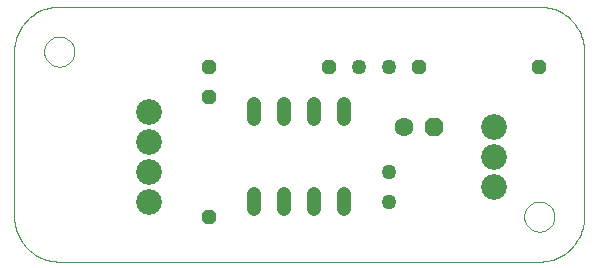
<source format=gtl>
G75*
G70*
%OFA0B0*%
%FSLAX24Y24*%
%IPPOS*%
%LPD*%
%AMOC8*
5,1,8,0,0,1.08239X$1,22.5*
%
%ADD10C,0.0000*%
%ADD11C,0.0860*%
%ADD12C,0.0480*%
%ADD13OC8,0.0480*%
%ADD14C,0.0500*%
%ADD15OC8,0.0630*%
%ADD16C,0.0630*%
D10*
X002181Y000681D02*
X018181Y000681D01*
X017681Y002181D02*
X017683Y002225D01*
X017689Y002269D01*
X017699Y002312D01*
X017712Y002354D01*
X017729Y002395D01*
X017750Y002434D01*
X017774Y002471D01*
X017801Y002506D01*
X017831Y002538D01*
X017864Y002568D01*
X017900Y002594D01*
X017937Y002618D01*
X017977Y002637D01*
X018018Y002654D01*
X018061Y002666D01*
X018104Y002675D01*
X018148Y002680D01*
X018192Y002681D01*
X018236Y002678D01*
X018280Y002671D01*
X018323Y002660D01*
X018365Y002646D01*
X018405Y002628D01*
X018444Y002606D01*
X018480Y002582D01*
X018514Y002554D01*
X018546Y002523D01*
X018575Y002489D01*
X018601Y002453D01*
X018623Y002415D01*
X018642Y002375D01*
X018657Y002333D01*
X018669Y002291D01*
X018677Y002247D01*
X018681Y002203D01*
X018681Y002159D01*
X018677Y002115D01*
X018669Y002071D01*
X018657Y002029D01*
X018642Y001987D01*
X018623Y001947D01*
X018601Y001909D01*
X018575Y001873D01*
X018546Y001839D01*
X018514Y001808D01*
X018480Y001780D01*
X018444Y001756D01*
X018405Y001734D01*
X018365Y001716D01*
X018323Y001702D01*
X018280Y001691D01*
X018236Y001684D01*
X018192Y001681D01*
X018148Y001682D01*
X018104Y001687D01*
X018061Y001696D01*
X018018Y001708D01*
X017977Y001725D01*
X017937Y001744D01*
X017900Y001768D01*
X017864Y001794D01*
X017831Y001824D01*
X017801Y001856D01*
X017774Y001891D01*
X017750Y001928D01*
X017729Y001967D01*
X017712Y002008D01*
X017699Y002050D01*
X017689Y002093D01*
X017683Y002137D01*
X017681Y002181D01*
X018181Y000681D02*
X018257Y000683D01*
X018333Y000689D01*
X018408Y000698D01*
X018483Y000712D01*
X018557Y000729D01*
X018630Y000750D01*
X018702Y000774D01*
X018773Y000803D01*
X018842Y000834D01*
X018909Y000869D01*
X018974Y000908D01*
X019038Y000950D01*
X019099Y000995D01*
X019158Y001043D01*
X019214Y001094D01*
X019268Y001148D01*
X019319Y001204D01*
X019367Y001263D01*
X019412Y001324D01*
X019454Y001388D01*
X019493Y001453D01*
X019528Y001520D01*
X019559Y001589D01*
X019588Y001660D01*
X019612Y001732D01*
X019633Y001805D01*
X019650Y001879D01*
X019664Y001954D01*
X019673Y002029D01*
X019679Y002105D01*
X019681Y002181D01*
X019681Y007681D01*
X019679Y007757D01*
X019673Y007833D01*
X019664Y007908D01*
X019650Y007983D01*
X019633Y008057D01*
X019612Y008130D01*
X019588Y008202D01*
X019559Y008273D01*
X019528Y008342D01*
X019493Y008409D01*
X019454Y008474D01*
X019412Y008538D01*
X019367Y008599D01*
X019319Y008658D01*
X019268Y008714D01*
X019214Y008768D01*
X019158Y008819D01*
X019099Y008867D01*
X019038Y008912D01*
X018974Y008954D01*
X018909Y008993D01*
X018842Y009028D01*
X018773Y009059D01*
X018702Y009088D01*
X018630Y009112D01*
X018557Y009133D01*
X018483Y009150D01*
X018408Y009164D01*
X018333Y009173D01*
X018257Y009179D01*
X018181Y009181D01*
X002181Y009181D01*
X001681Y007681D02*
X001683Y007725D01*
X001689Y007769D01*
X001699Y007812D01*
X001712Y007854D01*
X001729Y007895D01*
X001750Y007934D01*
X001774Y007971D01*
X001801Y008006D01*
X001831Y008038D01*
X001864Y008068D01*
X001900Y008094D01*
X001937Y008118D01*
X001977Y008137D01*
X002018Y008154D01*
X002061Y008166D01*
X002104Y008175D01*
X002148Y008180D01*
X002192Y008181D01*
X002236Y008178D01*
X002280Y008171D01*
X002323Y008160D01*
X002365Y008146D01*
X002405Y008128D01*
X002444Y008106D01*
X002480Y008082D01*
X002514Y008054D01*
X002546Y008023D01*
X002575Y007989D01*
X002601Y007953D01*
X002623Y007915D01*
X002642Y007875D01*
X002657Y007833D01*
X002669Y007791D01*
X002677Y007747D01*
X002681Y007703D01*
X002681Y007659D01*
X002677Y007615D01*
X002669Y007571D01*
X002657Y007529D01*
X002642Y007487D01*
X002623Y007447D01*
X002601Y007409D01*
X002575Y007373D01*
X002546Y007339D01*
X002514Y007308D01*
X002480Y007280D01*
X002444Y007256D01*
X002405Y007234D01*
X002365Y007216D01*
X002323Y007202D01*
X002280Y007191D01*
X002236Y007184D01*
X002192Y007181D01*
X002148Y007182D01*
X002104Y007187D01*
X002061Y007196D01*
X002018Y007208D01*
X001977Y007225D01*
X001937Y007244D01*
X001900Y007268D01*
X001864Y007294D01*
X001831Y007324D01*
X001801Y007356D01*
X001774Y007391D01*
X001750Y007428D01*
X001729Y007467D01*
X001712Y007508D01*
X001699Y007550D01*
X001689Y007593D01*
X001683Y007637D01*
X001681Y007681D01*
X000681Y007681D02*
X000683Y007757D01*
X000689Y007833D01*
X000698Y007908D01*
X000712Y007983D01*
X000729Y008057D01*
X000750Y008130D01*
X000774Y008202D01*
X000803Y008273D01*
X000834Y008342D01*
X000869Y008409D01*
X000908Y008474D01*
X000950Y008538D01*
X000995Y008599D01*
X001043Y008658D01*
X001094Y008714D01*
X001148Y008768D01*
X001204Y008819D01*
X001263Y008867D01*
X001324Y008912D01*
X001388Y008954D01*
X001453Y008993D01*
X001520Y009028D01*
X001589Y009059D01*
X001660Y009088D01*
X001732Y009112D01*
X001805Y009133D01*
X001879Y009150D01*
X001954Y009164D01*
X002029Y009173D01*
X002105Y009179D01*
X002181Y009181D01*
X000681Y007681D02*
X000681Y002181D01*
X000683Y002105D01*
X000689Y002029D01*
X000698Y001954D01*
X000712Y001879D01*
X000729Y001805D01*
X000750Y001732D01*
X000774Y001660D01*
X000803Y001589D01*
X000834Y001520D01*
X000869Y001453D01*
X000908Y001388D01*
X000950Y001324D01*
X000995Y001263D01*
X001043Y001204D01*
X001094Y001148D01*
X001148Y001094D01*
X001204Y001043D01*
X001263Y000995D01*
X001324Y000950D01*
X001388Y000908D01*
X001453Y000869D01*
X001520Y000834D01*
X001589Y000803D01*
X001660Y000774D01*
X001732Y000750D01*
X001805Y000729D01*
X001879Y000712D01*
X001954Y000698D01*
X002029Y000689D01*
X002105Y000683D01*
X002181Y000681D01*
D11*
X005181Y002681D03*
X005181Y003681D03*
X005181Y004681D03*
X005181Y005681D03*
X016681Y005181D03*
X016681Y004181D03*
X016681Y003181D03*
D12*
X011681Y002921D02*
X011681Y002441D01*
X010681Y002441D02*
X010681Y002921D01*
X009681Y002921D02*
X009681Y002441D01*
X008681Y002441D02*
X008681Y002921D01*
X008681Y005441D02*
X008681Y005921D01*
X009681Y005921D02*
X009681Y005441D01*
X010681Y005441D02*
X010681Y005921D01*
X011681Y005921D02*
X011681Y005441D01*
D13*
X011181Y007181D03*
X014181Y007181D03*
X018181Y007181D03*
X007181Y007181D03*
X007181Y006181D03*
X007181Y002181D03*
D14*
X013181Y002681D03*
X013181Y003681D03*
X013181Y007181D03*
X012181Y007181D03*
D15*
X014681Y005181D03*
D16*
X013681Y005181D03*
M02*

</source>
